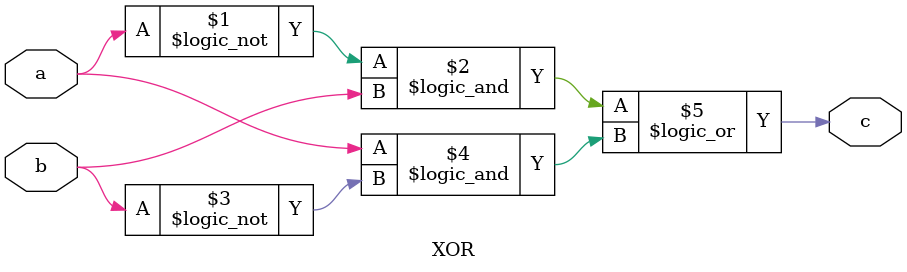
<source format=v>
module XOR(output c, input a, input b);
    assign
        c = (!a && b) || (a && !b);
endmodule
</source>
